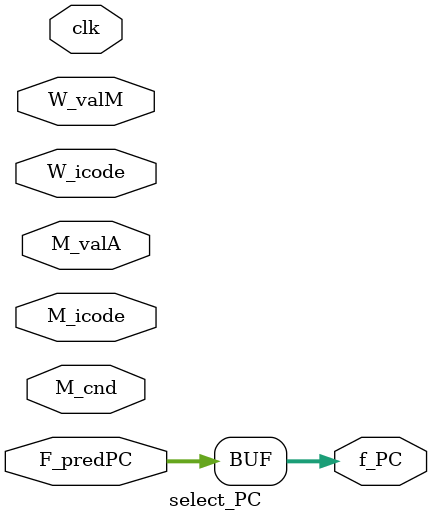
<source format=v>
module select_PC(clk,M_icode,M_cnd,W_icode,M_valA,W_valM,F_predPC,f_PC);

input clk;
input [3:0] M_icode;
input M_cnd;
input [3:0] W_icode;
input [63:0] M_valA;
input [63:0] W_valM;
input [63:0] F_predPC;

output reg [63:0] f_PC;

always @(*)
begin

if((M_icode == 0111) && !M_cnd)
f_PC = M_valA;
else if (W_icode == 1001)
f_PC = W_valM;
else f_PC = F_predPC;

end

endmodule
</source>
